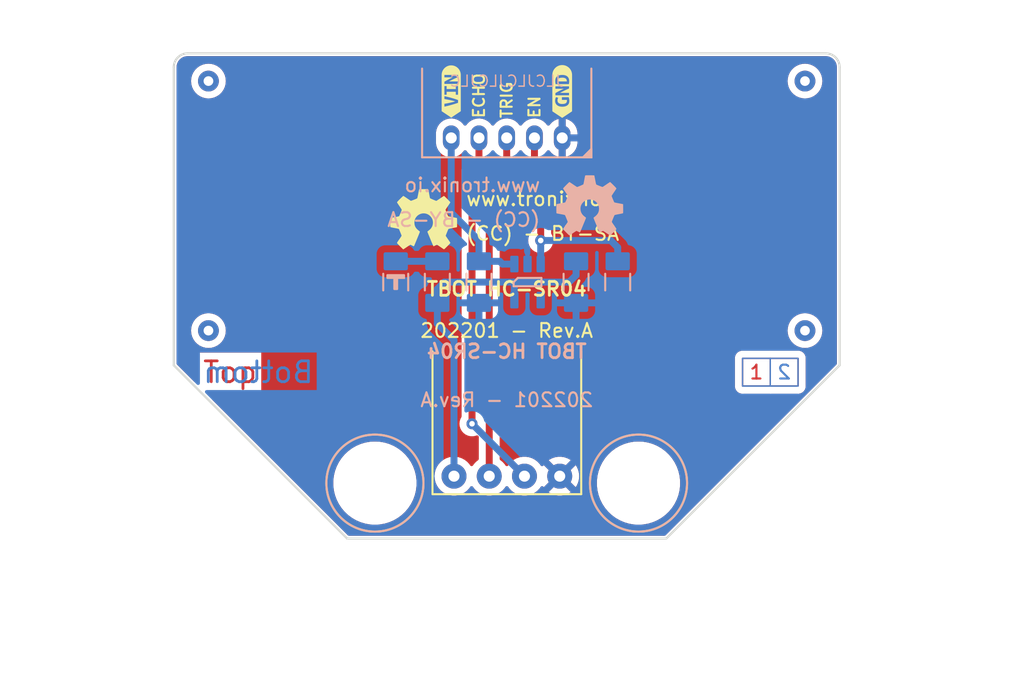
<source format=kicad_pcb>
(kicad_pcb (version 20221018) (generator pcbnew)
  (title_block (title "TBOT - HC-SR04") (date "01/2022") (rev "A"))
  (layers (0 "F.Cu" signal) (31 "B.Cu" signal) (34 "B.Paste" user) (35 "F.Paste" user) (36 "B.SilkS" user "B.Silkscreen") (37 "F.SilkS" user "F.Silkscreen") (38 "B.Mask" user) (39 "F.Mask" user) (44 "Edge.Cuts" user))
  (net 0 "")
  (net 1 "GND")
  (net 2 "+5V")
  (net 3 "+VIN")
  (net 5 "MCU_ECHO")
  (net 6 "MCU_ENABLE")
  (net 7 "MCU_TRIGGER")
  (net 8 "Net-(LED1-A)")
  (footprint "tronixio:HC-SR04" (layer "F.Cu") (at 124 76)
    (fp_text reference "HC1" hide)
    (fp_text value "HC-SR04")
    (pad "NC" thru_hole circle (at -21.5 -9) (size 1.5 1.5) (drill 0.7) (layers "*.Cu" "*.Mask"))
    (pad "NC" thru_hole circle (at -21.5 9) (size 1.5 1.5) (drill 0.7) (layers "*.Cu" "*.Mask"))
    (pad "NC" thru_hole circle (at 21.5 -9) (size 1.5 1.5) (drill 0.7) (layers "*.Cu" "*.Mask"))
    (pad "NC" thru_hole circle (at 21.5 9) (size 1.5 1.5) (drill 0.7) (layers "*.Cu" "*.Mask"))
  )
  (footprint "tronixio:OSHW-5MM" (layer "F.Cu") (at 118 77)
    (fp_text reference "GT" hide)
    (fp_text value "LOGO" hide)
    (fp_poly (pts (xy 0.112503 -2.205305) (xy 0.188585 -2.204991) (xy 0.245175 -2.204139) (xy 0.285349 -2.202485) (xy 0.312183 -2.19976) (xy 0.328754 -2.195697) (xy 0.338137 -2.190029) (xy 0.343407 -2.182489) (xy 0.346067 -2.176502) (xy 0.351819 -2.155872) (xy 0.361219 -2.114019) (xy 0.373445 -2.054971) (xy 0.387673 -1.982754) (xy 0.403082 -1.901397) (xy 0.410766 -1.859685) (xy 0.426304 -1.776128) (xy 0.440921 -1.700487) (xy 0.453831 -1.636607) (xy 0.464245 -1.58833) (xy 0.471376 -1.559501) (xy 0.473495 -1.553524) (xy 0.487624 -1.543829) (xy 0.520987 -1.52669) (xy 0.568967 -1.504087) (xy 0.626948 -1.477998) (xy 0.690314 -1.450405) (xy 0.754449 -1.423285) (xy 0.814737 -1.398618) (xy 0.866561 -1.378383) (xy 0.905305 -1.36456) (xy 0.926354 -1.359128) (xy 0.92691 -1.359112) (xy 0.941518 -1.366107) (xy 0.97411 -1.385773) (xy 1.021624 -1.416127) (xy 1.080997 -1.455189) (xy 1.149167 -1.500978) (xy 1.204337 -1.538617) (xy 1.276991 -1.58813) (xy 1.343025 -1.632413) (xy 1.399403 -1.669487) (xy 1.443088 -1.697374) (xy 1.471043 -1.714097) (xy 1.47988 -1.718122) (xy 1.493641 -1.709282) (xy 1.521915 -1.684807) (xy 1.561669 -1.647768) (xy 1.609873 -1.601234) (xy 1.663495 -1.548276) (xy 1.719505 -1.491962) (xy 1.774871 -1.435363) (xy 1.826562 -1.381549) (xy 1.871548 -1.33359) (xy 1.906797 -1.294555) (xy 1.929278 -1.267514) (xy 1.936093 -1.256075) (xy 1.930212 -1.239792) (xy 1.912193 -1.207543) (xy 1.881475 -1.158462) (xy 1.837495 -1.091686) (xy 1.779689 -1.00635) (xy 1.707495 -0.901591) (xy 1.671879 -0.850344) (xy 1.638824 -0.80126) (xy 1.612148 -0.758563) (xy 1.594893 -0.727324) (xy 1.589904 -0.713655) (xy 1.594754 -0.697334) (xy 1.608013 -0.662128) (xy 1.62775 -0.612617) (xy 1.652031 -0.55338) (xy 1.678922 -0.488996) (xy 1.706491 -0.424047) (xy 1.732803 -0.363111) (xy 1.755927 -0.310768) (xy 1.773928 -0.271598) (xy 1.784874 -0.25018) (xy 1.786526 -0.247868) (xy 1.800495 -0.243726) (xy 1.836105 -0.235699) (xy 1.889773 -0.224522) (xy 1.957915 -0.210929) (xy 2.036948 -0.195656) (xy 2.090365 -0.185568) (xy 2.175183 -0.169544) (xy 2.252099 -0.15474) (xy 2.317349 -0.141901) (xy 2.367173 -0.131773) (xy 2.397809 -0.125104) (xy 2.405431 -0.123066) (xy 2.411063 -0.116814) (xy 2.415426 -0.101095) (xy 2.418668 -0.073197) (xy 2.420933 -0.030409) (xy 2.422366 0.02998) (xy 2.423114 0.110684) (xy 2.423321 0.210293) (xy 2.423202 0.310587) (xy 2.422711 0.388201) (xy 2.421649 0.446096) (xy 2.419816 0.487237) (xy 2.417013 0.514584) (xy 2.41304 0.531101) (xy 2.407697 0.53975) (xy 2.400883 0.543466) (xy 2.378661 0.548625) (xy 2.338314 0.556746) (xy 2.286985 0.566415) (xy 2.263049 0.570744) (xy 2.127407 0.595376) (xy 2.016332 0.616479) (xy 1.929018 0.634225) (xy 1.864656 0.64879) (xy 1.82244 0.660347) (xy 1.801562 0.66907) (xy 1.79987 0.670496) (xy 1.791465 0.686078) (xy 1.775685 0.720992) (xy 1.754362 0.770707) (xy 1.729327 0.830694) (xy 1.702414 0.896422) (xy 1.675454 0.96336) (xy 1.650281 1.026979) (xy 1.628726 1.082748) (xy 1.612622 1.126137) (xy 1.603801 1.152615) (xy 1.602692 1.157988) (xy 1.610028 1.172767) (xy 1.63143 1.207108) (xy 1.666036 1.259722) (xy 1.712983 1.329322) (xy 1.771408 1.414621) (xy 1.840447 1.51433) (xy 1.867654 1.553391) (xy 1.897811 1.599113) (xy 1.921185 1.639288) (xy 1.934376 1.667841) (xy 1.936093 1.675677) (xy 1.927103 1.692014) (xy 1.901418 1.723855) (xy 1.860965 1.769075) (xy 1.807672 1.82555) (xy 1.743466 1.891154) (xy 1.71296 1.921664) (xy 1.643302 1.990709) (xy 1.589314 2.043494) (xy 1.548612 2.081971) (xy 1.518813 2.108091) (xy 1.497532 2.123805) (xy 1.482386 2.131066) (xy 1.470991 2.131825) (xy 1.460964 2.128033) (xy 1.460917 2.128008) (xy 1.441892 2.116253) (xy 1.405419 2.09234) (xy 1.355138 2.058707) (xy 1.294686 2.017792) (xy 1.227702 1.972033) (xy 1.210483 1.960205) (xy 1.143557 1.914694) (xy 1.083189 1.874607) (xy 1.032748 1.842104) (xy 0.995605 1.819344) (xy 0.975129 1.808488) (xy 0.972784 1.807875) (xy 0.955044 1.813477) (xy 0.920428 1.82855) (xy 0.874685 1.850498) (xy 0.843591 1.866246) (xy 0.794692 1.890329) (xy 0.754091 1.908142) (xy 0.727189 1.917434) (xy 0.719661 1.917874) (xy 0.71184 1.904564) (xy 0.695873 1.87093) (xy 0.673276 1.820398) (xy 0.645566 1.756397) (xy 0.614262 1.682354) (xy 0.595951 1.638326) (xy 0.555205 1.539832) (xy 0.509885 1.430374) (xy 0.463588 1.318629) (xy 0.419909 1.213275) (xy 0.382617 1.123407) (xy 0.352192 1.049365) (xy 0.325466 0.982847) (xy 0.303922 0.927668) (xy 0.289044 0.887646) (xy 0.282318 0.866596) (xy 0.28208 0.86489) (xy 0.291868 0.850064) (xy 0.317767 0.825757) (xy 0.354572 0.796754) (xy 0.362216 0.791216) (xy 0.47362 0.699405) (xy 0.560778 0.600114) (xy 0.624272 0.492284) (xy 0.664684 0.374854) (xy 0.682594 0.246763) (xy 0.683668 0.205149) (xy 0.672966 0.079705) (xy 0.639876 -0.035509) (xy 0.583362 -0.143051) (xy 0.502387 -0.245478) (xy 0.500128 -0.247901) (xy 0.404266 -0.332655) (xy 0.297367 -0.395917) (xy 0.182586 -0.437559) (xy 0.063074 -0.45745) (xy -0.058015 -0.455461) (xy -0.177529 -0.431461) (xy -0.292317 -0.38532) (xy -0.399224 -0.316909) (xy -0.435557 -0.286461) (xy -0.524789 -0.19034) (xy -0.590858 -0.083248) (xy -0.63358 0.034398) (xy -0.65277 0.162186) (xy -0.653912 0.203806) (xy -0.64477 0.331905) (xy -0.616397 0.446756) (xy -0.567372 0.551025) (xy -0.496276 0.647379) (xy -0.401689 0.738486) (xy -0.345898 0.782346) (xy -0.305473 0.814275) (xy -0.274554 0.84243) (xy -0.257973 0.862253) (xy -0.256436 0.866724) (xy -0.261189 0.882472) (xy -0.274692 0.919019) (xy -0.295811 0.973504) (xy -0.323413 1.043065) (xy -0.356365 1.124837) (xy -0.393532 1.21596) (xy -0.424781 1.291835) (xy -0.466473 1.392714) (xy -0.506757 1.490316) (xy -0.54414 1.581016) (xy -0.57713 1.661187) (xy -0.604234 1.727202) (xy -0.623959 1.775436) (xy -0.631922 1.795053) (xy -0.656173 1.85428) (xy -0.675445 1.89208) (xy -0.695005 1.910535) (xy -0.720119 1.911726) (xy -0.756055 1.897735) (xy -0.80808 1.870643) (xy -0.814523 1.867212) (xy -0.863833 1.841835) (xy -0.905672 1.821875) (xy -0.934272 1.810004) (xy -0.942679 1.807875) (xy -0.957624 1.814831) (xy -0.990452 1.834339) (xy -1.037961 1.864353) (xy -1.096948 1.902829) (xy -1.164211 1.947723) (xy -1.20379 1.974558) (xy -1.273782 2.022017) (xy -1.336742 2.064219) (xy -1.389581 2.099132) (xy -1.429212 2.124728) (xy -1.452547 2.138976) (xy -1.457362 2.141242) (xy -1.468597 2.132572) (xy -1.495354 2.108206) (xy -1.53505 2.070611) (xy -1.585104 2.022252) (xy -1.642932 1.965596) (xy -1.688443 1.920545) (xy -1.754363 1.854061) (xy -1.811428 1.794627) (xy -1.857492 1.744605) (xy -1.890411 1.706358) (xy -1.908038 1.682247) (xy -1.910449 1.676115) (xy -1.903342 1.656709) (xy -1.88402 1.621725) (xy -1.855484 1.576225) (xy -1.822794 1.528185) (xy -1.761853 1.44109) (xy -1.706889 1.361082) (xy -1.659529 1.29063) (xy -1.621397 1.232204) (xy -1.594118 1.188276) (xy -1.579316 1.161316) (xy -1.577082 1.154608) (xy -1.581837 1.136716) (xy -1.594857 1.099854) (xy -1.614275 1.048609) (xy -1.638222 0.987568) (xy -1.664831 0.921316) (xy -1.692235 0.854442) (xy -1.718566 0.791531) (xy -1.741957 0.737171) (xy -1.76054 0.695948) (xy -1.772447 0.672449) (xy -1.774702 0.66925) (xy -1.791569 0.66222) (xy -1.829891 0.651729) (xy -1.885847 0.638647) (xy -1.955617 0.623842) (xy -2.035381 0.608183) (xy -2.07828 0.60022) (xy -2.161621 0.584627) (xy -2.236906 0.569745) (xy -2.300315 0.556391) (xy -2.348033 0.545387) (xy -2.37624 0.537551) (xy -2.381867 0.535051) (xy -2.387099 0.524908) (xy -2.390991 0.502231) (xy -2.393638 0.46456) (xy -2.395134 0.409435) (xy -2.395573 0.334397) (xy -2.39505 0.236985) (xy -2.394689 0.200194) (xy -2.391267 -0.121807) (xy -2.282282 -0.143659) (xy -2.229898 -0.153965) (xy -2.160108 -0.167419) (xy -2.080727 -0.182526) (xy -1.999569 -0.197795) (xy -1.970053 -0.203298) (xy -1.900658 -0.216734) (xy -1.840162 -0.229455) (xy -1.793065 -0.240437) (xy -1.763866 -0.248652) (xy -1.756665 -0.251967) (xy -1.746988 -0.268752) (xy -1.729936 -0.304533) (xy -1.707477 -0.354612) (xy -1.681582 -0.414291) (xy -1.654218 -0.478872) (xy -1.627353 -0.543658) (xy -1.602957 -0.60395) (xy -1.582998 -0.65505) (xy -1.569445 -0.692261) (xy -1.564266 -0.710885) (xy -1.564261 -0.711124) (xy -1.571273 -0.727773) (xy -1.590937 -0.762151) (xy -1.621195 -0.810982) (xy -1.659988 -0.870991) (xy -1.705259 -0.938901) (xy -1.732615 -0.979077) (xy -1.780965 -1.050145) (xy -1.82446 -1.115201) (xy -1.860949 -1.170937) (xy -1.888284 -1.214046) (xy -1.904314 -1.24122) (xy -1.907531 -1.248169) (xy -1.904717 -1.261112) (xy -1.890381 -1.283286) (xy -1.863069 -1.316351) (xy -1.821325 -1.361969) (xy -1.763692 -1.421801) (xy -1.691232 -1.494988) (xy -1.628982 -1.55669) (xy -1.572135 -1.611849) (xy -1.523344 -1.657988) (xy -1.485263 -1.692627) (xy -1.460542 -1.713289) (xy -1.452414 -1.718122) (xy -1.437782 -1.711105) (xy -1.405251 -1.6914) (xy -1.357928 -1.661025) (xy -1.298923 -1.621998) (xy -1.231343 -1.576338) (xy -1.183018 -1.543181) (xy -1.111112 -1.493886) (xy -1.04544 -1.44951) (xy -0.989183 -1.41215) (xy -0.945519 -1.383901) (xy -0.917627 -1.36686) (xy -0.90944 -1.362781) (xy -0.891885 -1.365776) (xy -0.855505 -1.377082) (xy -0.805012 -1.394838) (xy -0.745121 -1.417183) (xy -0.680546 -1.442257) (xy -0.616001 -1.468199) (xy -0.5562 -1.493147) (xy -0.505857 -1.515243) (xy -0.469686 -1.532623) (xy -0.45278 -1.543038) (xy -0.446293 -1.559308) (xy -0.436108 -1.597206) (xy -0.423041 -1.653118) (xy -0.407909 -1.723429) (xy -0.391528 -1.804525) (xy -0.378917 -1.870225) (xy -0.362481 -1.956759) (xy -0.347254 -2.035011) (xy -0.333961 -2.101421) (xy -0.323321 -2.152432) (xy -0.316058 -2.184486) (xy -0.31324 -2.193976) (xy -0.299005 -2.197095) (xy -0.262664 -2.199887) (xy -0.207755 -2.20223) (xy -0.137813 -2.204) (xy -0.056376 -2.205075) (xy 0.013853 -2.205351)) (fill solid) (layer "F.SilkS"))
  )
  (footprint "kibuzzard-6288C61E" (layer "F.Cu") (at 120 67.75 90)
    (fp_text reference "kibuzzard-6288C61E" hide)
    (fp_text value "G***" hide)
    (fp_poly (pts (xy -1.093457 -0.689769) (xy -1.424186 -0.689769) (xy -1.884032 0) (xy -1.424186 0.689769) (xy -1.093457 0.689769) (xy -0.818819 0.689769) (xy -0.818819 0.491331) (xy -0.85811 0.37465) (xy -0.899782 0.243681) (xy -0.927828 0.151694) (xy -0.954815 0.059884) (xy -0.980744 -0.03175) (xy -1.005262 -0.12162) (xy -1.028016 -0.208139) (xy -1.049007 -0.291306) (xy -1.075201 -0.402431) (xy -1.093457 -0.491331) (xy -0.887082 -0.491331) (xy -0.875176 -0.40898) (xy -0.858507 -0.314325) (xy -0.838465 -0.211931) (xy -0.816438 -0.106363) (xy -0.792626 0) (xy -0.767226 0.104775) (xy -0.74123 0.203398) (xy -0.715632 0.291306) (xy -0.690232 0.204589) (xy -0.664832 0.106362) (xy -0.640226 0.001587) (xy -0.617207 -0.104775) (xy -0.595776 -0.210542) (xy -0.575932 -0.313531) (xy -0.558469 -0.408781) (xy -0.544182 -0.491331) (xy -0.339394 -0.491331) (xy -0.360627 -0.390525) (xy -0.386226 -0.278606) (xy -0.415991 -0.158155) (xy -0.449726 -0.03175) (xy -0.474332 0.055033) (xy -0.500526 0.142875) (xy -0.528307 0.231775) (xy -0.557235 0.320234) (xy -0.586868 0.406753) (xy -0.617207 0.491331) (xy -0.818819 0.491331) (xy -0.818819 0.689769) (xy -0.234619 0.689769) (xy -0.234619 0.491331) (xy -0.234619 0.329406) (xy -0.020307 0.329406) (xy -0.020307 -0.329406) (xy -0.234619 -0.329406) (xy -0.234619 -0.491331) (xy 0.389268 -0.491331) (xy 0.389268 -0.329406) (xy 0.176543 -0.329406) (xy 0.176543 0.329406) (xy 0.389268 0.329406) (xy 0.389268 0.491331) (xy -0.234619 0.491331) (xy -0.234619 0.689769) (xy 1.036968 0.689769) (xy 1.036968 0.491331) (xy 0.991195 0.382411) (xy 0.942777 0.273667) (xy 0.891712 0.1651) (xy 0.838002 0.056533) (xy 0.781645 -0.052211) (xy 0.722643 -0.161131) (xy 0.722643 0.491331) (xy 0.546431 0.491331) (xy 0.546431 -0.491331) (xy 0.703593 -0.491331) (xy 0.748043 -0.418505) (xy 0.792493 -0.339725) (xy 0.836348 -0.258167) (xy 0.879012 -0.177006) (xy 0.919493 -0.097234) (xy 0.956799 -0.019844) (xy 0.989939 0.051594) (xy 1.017918 0.113506) (xy 1.017918 -0.491331) (xy 1.194131 -0.491331) (xy 1.194131 0.491331) (xy 1.036968 0.491331) (xy 1.036968 0.689769) (xy 1.194131 0.689769) (xy 1.194263 0.689769) (xy 1.261872 0.686447) (xy 1.32883 0.676515) (xy 1.394492 0.660068) (xy 1.458226 0.637263) (xy 1.519418 0.608322) (xy 1.577478 0.573522) (xy 1.631848 0.533198) (xy 1.682003 0.48774) (xy 1.727461 0.437585) (xy 1.767785 0.383215) (xy 1.802585 0.325155) (xy 1.831526 0.263963) (xy 1.854331 0.200229) (xy 1.870778 0.134567) (xy 1.88071 0.067609) (xy 1.884032 0) (xy 1.88071 -0.067609) (xy 1.870778 -0.134567) (xy 1.854331 -0.200229) (xy 1.831526 -0.263963) (xy 1.802585 -0.325155) (xy 1.767785 -0.383215) (xy 1.727461 -0.437585) (xy 1.682003 -0.48774) (xy 1.631848 -0.533198) (xy 1.577478 -0.573522) (xy 1.519418 -0.608322) (xy 1.458226 -0.637263) (xy 1.394492 -0.660068) (xy 1.32883 -0.676515) (xy 1.261872 -0.686447) (xy 1.194263 -0.689769) (xy 1.194131 -0.689769) (xy -1.093457 -0.689769)) (fill solid) (layer "F.SilkS"))
  )
  (footprint "kibuzzard-6288C626" (layer "F.Cu") (at 128 67.75 90)
    (fp_text reference "kibuzzard-6288C626" hide)
    (fp_text value "G***" hide)
    (fp_poly (pts (xy 0.724628 0.333375) (xy 0.74209 0.334962) (xy 0.759553 0.334962) (xy 0.871471 0.309562) (xy 0.944496 0.239712) (xy 0.984184 0.134144) (xy 0.993114 0.070048) (xy 0.99609 0) (xy 0.986565 -0.123825) (xy 0.953228 -0.230188) (xy 0.88814 -0.304006) (xy 0.781778 -0.331788) (xy 0.753203 -0.330994) (xy 0.724628 -0.327025) (xy 0.724628 0.333375)) (fill solid) (layer "F.SilkS"))
    (fp_poly (pts (xy -1.100997 -0.7112) (xy -1.431727 -0.7112) (xy -1.90586 0) (xy -1.431727 0.7112) (xy -1.100997 0.7112) (xy -0.69936 0.7112) (xy -0.69936 0.512762) (xy -0.786871 0.504627) (xy -0.865254 0.480219) (xy -0.933715 0.439737) (xy -0.99146 0.383381) (xy -1.037894 0.31115) (xy -1.072422 0.223044) (xy -1.093854 0.119261) (xy -1.100997 0) (xy -1.092663 -0.11807) (xy -1.06766 -0.221456) (xy -1.028369 -0.309761) (xy -0.977172 -0.382588) (xy -0.914863 -0.439539) (xy -0.842235 -0.480219) (xy -0.761669 -0.504627) (xy -0.675547 -0.512763) (xy -0.573154 -0.504031) (xy -0.494572 -0.484188) (xy -0.439804 -0.460375) (xy -0.40726 -0.441325) (xy -0.45806 -0.28575) (xy -0.543785 -0.325438) (xy -0.64856 -0.3429) (xy -0.766035 -0.3175) (xy -0.844616 -0.246856) (xy -0.889066 -0.138906) (xy -0.899186 -0.072827) (xy -0.90256 0) (xy -0.896386 0.107156) (xy -0.877865 0.193675) (xy -0.846997 0.259556) (xy -0.778338 0.322064) (xy -0.683485 0.3429) (xy -0.645385 0.341312) (xy -0.607285 0.33655) (xy -0.607285 -0.022225) (xy -0.412022 -0.022225) (xy -0.412022 0.468312) (xy -0.520766 0.496887) (xy -0.602324 0.508794) (xy -0.69936 0.512762) (xy -0.69936 0.7112) (xy 0.213453 0.7112) (xy 0.213453 0.492125) (xy 0.16768 0.383205) (xy 0.119261 0.274461) (xy 0.068196 0.165894) (xy 0.014486 0.057326) (xy -0.04187 -0.051417) (xy -0.100872 -0.160338) (xy -0.100872 0.492125) (xy -0.277085 0.492125) (xy -0.277085 -0.490538) (xy -0.119922 -0.490538) (xy -0.075472 -0.417711) (xy -0.031022 -0.338931) (xy 0.012832 -0.257373) (xy 0.055496 -0.176213) (xy 0.095978 -0.096441) (xy 0.133284 -0.01905) (xy 0.166423 0.052387) (xy 0.194403 0.1143) (xy 0.194403 -0.490538) (xy 0.370615 -0.490538) (xy 0.370615 0.492125) (xy 0.213453 0.492125) (xy 0.213453 0.7112) (xy 0.738915 0.7112) (xy 0.738915 0.504825) (xy 0.636521 0.499269) (xy 0.529365 0.481012) (xy 0.529365 -0.477838) (xy 0.654778 -0.496888) (xy 0.764315 -0.50165) (xy 0.856985 -0.494506) (xy 0.941321 -0.473075) (xy 1.015339 -0.436364) (xy 1.077053 -0.383381) (xy 1.126464 -0.313928) (xy 1.163571 -0.227806) (xy 1.186789 -0.123627) (xy 1.194528 0) (xy 1.185995 0.126405) (xy 1.160396 0.232569) (xy 1.119717 0.319683) (xy 1.06594 0.388937) (xy 0.99986 0.441127) (xy 0.922271 0.477044) (xy 0.83476 0.49788) (xy 0.738915 0.504825) (xy 0.738915 0.7112) (xy 1.194528 0.7112) (xy 1.19466 0.7112) (xy 1.26437 0.707775) (xy 1.333408 0.697534) (xy 1.40111 0.680576) (xy 1.466824 0.657063) (xy 1.529917 0.627222) (xy 1.589781 0.591341) (xy 1.64584 0.549765) (xy 1.697554 0.502894) (xy 1.744425 0.45118) (xy 1.786001 0.395122) (xy 1.821882 0.335257) (xy 1.851723 0.272164) (xy 1.875236 0.20645) (xy 1.892194 0.138748) (xy 1.902435 0.06971) (xy 1.90586 0) (xy 1.902435 -0.06971) (xy 1.892194 -0.138748) (xy 1.875236 -0.20645) (xy 1.851723 -0.272164) (xy 1.821882 -0.335257) (xy 1.786001 -0.395122) (xy 1.744425 -0.45118) (xy 1.697554 -0.502894) (xy 1.64584 -0.549765) (xy 1.589781 -0.591341) (xy 1.529917 -0.627222) (xy 1.466824 -0.657063) (xy 1.40111 -0.680576) (xy 1.333408 -0.697534) (xy 1.26437 -0.707775) (xy 1.19466 -0.7112) (xy 1.194528 -0.7112) (xy -1.100997 -0.7112)) (fill solid) (layer "F.SilkS"))
  )
  (footprint "tronixio:SAMTEC-SSW-104-02-T-S-RA" (layer "F.Cu") (at 120.2 95.5)
    (fp_text reference "K1" hide)
    (fp_text value "HC-SR04")
    (fp_line (start -1.55 1.3) (end -1.55 -9) (stroke (width 0.15)) (layer "F.SilkS"))
    (fp_line (start -1.55 1.3) (end 9.17 1.3) (stroke (width 0.15)) (layer "F.SilkS"))
    (fp_line (start 9.17 1.3) (end 9.17 -9) (stroke (width 0.15)) (layer "F.SilkS"))
    (pad "1" thru_hole circle (at 0 0) (size 1.8 1.8) (drill 0.8) (layers "*.Cu" "*.Mask") (net 2 "+5V"))
    (pad "2" thru_hole circle (at 2.54 0) (size 1.8 1.8) (drill 0.8) (layers "*.Cu" "*.Mask") (net 7 "MCU_TRIGGER"))
    (pad "3" thru_hole circle (at 5.08 0) (size 1.8 1.8) (drill 0.8) (layers "*.Cu" "*.Mask") (net 5 "MCU_ECHO"))
    (pad "4" thru_hole circle (at 7.62 0) (size 1.8 1.8) (drill 0.8) (layers "*.Cu" "*.Mask") (net 1 "GND"))
  )
  (footprint "tronixio:MOUNTING-HOLE-3MM-MASK" (layer "B.Cu") (at 114.5 96 180)
    (fp_text reference "H2" hide)
    (fp_text value "MOUNTING-HOLE-3MM-MASK" hide)
    (fp_circle (center 0 0) (end 3.5 0) (stroke (width 0.15)) (fill none) (layer "B.SilkS"))
    (fp_circle (center 0 0) (end 3.5 0) (stroke (width 0.15)) (fill none) (layer "F.SilkS"))
    (pad "" np_thru_hole circle (at 0 0 180) (size 3 3) (drill 3) (layers "F&B.Cu" "*.Mask") (clearance 1.5))
  )
  (footprint "tronixio:CAPACITOR-SMD-1206" (layer "B.Cu") (at 129 81.5 -90)
    (fp_text reference "C2" hide)
    (fp_text value "1µ")
    (fp_line (start -0.6 -0.9) (end 0.6 -0.9) (stroke (width 0.15)) (layer "B.SilkS"))
    (fp_line (start -0.6 0.9) (end 0.6 0.9) (stroke (width 0.15)) (layer "B.SilkS"))
    (pad "1" smd roundrect (at -1.5 0 270) (size 1.3 1.75) (layers "B.Cu" "B.Paste" "B.Mask") (roundrect_rratio 0.1) (net 2 "+5V"))
    (pad "2" smd roundrect (at 1.5 0 270) (size 1.3 1.75) (layers "B.Cu" "B.Paste" "B.Mask") (roundrect_rratio 0.1) (net 1 "GND"))
  )
  (footprint "tronixio:LED-SMD-1206" (layer "B.Cu") (at 116 81.5 90)
    (fp_text reference "LED1" hide)
    (fp_text value "Power")
    (fp_line (start -0.6 -0.9) (end 0.6 -0.9) (stroke (width 0.15)) (layer "B.SilkS"))
    (fp_line (start -0.6 0.9) (end 0.6 0.9) (stroke (width 0.15)) (layer "B.SilkS"))
    (fp_poly (pts (xy 0.5 -0.6) (xy 0.3 -0.6) (xy 0.3 -0.1) (xy -0.5 -0.1) (xy -0.5 0.1) (xy 0.3 0.1) (xy 0.3 0.6) (xy 0.5 0.6)) (stroke (width 0.15)) (fill solid) (layer "B.SilkS"))
    (pad "1" smd roundrect (at -1.5 0 90) (size 1.3 1.75) (layers "B.Cu" "B.Paste" "B.Mask") (roundrect_rratio 0.1) (net 1 "GND"))
    (pad "2" smd roundrect (at 1.5 0 90) (size 1.3 1.75) (layers "B.Cu" "B.Paste" "B.Mask") (roundrect_rratio 0.1) (net 8 "Net-(LED1-A)"))
  )
  (footprint "tronixio:SOT-23-5" (layer "B.Cu") (at 125.5 81.5 -90)
    (fp_text reference "IC1" hide)
    (fp_text value "MCP1755-50")
    (fp_line (start -0.3 -1) (end 0.3 -1) (stroke (width 0.15)) (layer "B.SilkS"))
    (fp_line (start -0.3 0.7) (end -0.3 -1) (stroke (width 0.15)) (layer "B.SilkS"))
    (fp_line (start 0 1) (end -0.3 0.7) (stroke (width 0.15)) (layer "B.SilkS"))
    (fp_line (start 0.3 -1) (end 0.3 1) (stroke (width 0.15)) (layer "B.SilkS"))
    (fp_line (start 0.3 1) (end 0 1) (stroke (width 0.15)) (layer "B.SilkS"))
    (pad "1" smd roundrect (at -1.3 0.95 270) (size 1.2 0.6) (layers "B.Cu" "B.Paste" "B.Mask") (roundrect_rratio 0.15) (net 3 "+VIN"))
    (pad "2" smd roundrect (at -1.3 0 270) (size 1.2 0.6) (layers "B.Cu" "B.Paste" "B.Mask") (roundrect_rratio 0.15) (net 1 "GND"))
    (pad "3" smd roundrect (at -1.3 -0.95 270) (size 1.2 0.6) (layers "B.Cu" "B.Paste" "B.Mask") (roundrect_rratio 0.15) (net 6 "MCU_ENABLE"))
    (pad "4" smd roundrect (at 1.3 -0.95 270) (size 1.2 0.6) (layers "B.Cu" "B.Paste" "B.Mask") (roundrect_rratio 0.15))
    (pad "5" smd roundrect (at 1.3 0.95 270) (size 1.2 0.6) (layers "B.Cu" "B.Paste" "B.Mask") (roundrect_rratio 0.15) (net 2 "+5V"))
  )
  (footprint "tronixio:CAPACITOR-SMD-1206" (layer "B.Cu") (at 122 81.5 -90)
    (fp_text reference "C1" hide)
    (fp_text value "1µ")
    (fp_line (start -0.6 -0.9) (end 0.6 -0.9) (stroke (width 0.15)) (layer "B.SilkS"))
    (fp_line (start -0.6 0.9) (end 0.6 0.9) (stroke (width 0.15)) (layer "B.SilkS"))
    (pad "1" smd roundrect (at -1.5 0 270) (size 1.3 1.75) (layers "B.Cu" "B.Paste" "B.Mask") (roundrect_rratio 0.1) (net 3 "+VIN"))
    (pad "2" smd roundrect (at 1.5 0 270) (size 1.3 1.75) (layers "B.Cu" "B.Paste" "B.Mask") (roundrect_rratio 0.1) (net 1 "GND"))
  )
  (footprint "tronixio:MOUNTING-HOLE-3MM-MASK" (layer "B.Cu") (at 133.5 96 90)
    (fp_text reference "H1" hide)
    (fp_text value "MOUNTING-HOLE-3MM-MASK" hide)
    (fp_circle (center 0 0) (end 3.5 0) (stroke (width 0.15)) (fill none) (layer "B.SilkS"))
    (fp_circle (center 0 0) (end 3.5 0) (stroke (width 0.15)) (fill none) (layer "F.SilkS"))
    (pad "" np_thru_hole circle (at 0 0 90) (size 3 3) (drill 3) (layers "F&B.Cu" "*.Mask") (clearance 1.5))
  )
  (footprint "tronixio:RESISTOR-SMD-1206" (layer "B.Cu") (at 132 81.5 -90)
    (fp_text reference "R1" hide)
    (fp_text value "100k")
    (fp_line (start -0.6 -0.9) (end 0.6 -0.9) (stroke (width 0.15)) (layer "B.SilkS"))
    (fp_line (start -0.6 0.9) (end 0.6 0.9) (stroke (width 0.15)) (layer "B.SilkS"))
    (pad "1" smd roundrect (at -1.5 0 270) (size 1.3 1.75) (layers "B.Cu" "B.Paste" "B.Mask") (roundrect_rratio 0.1) (net 6 "MCU_ENABLE"))
    (pad "2" smd roundrect (at 1.5 0 270) (size 1.3 1.75) (layers "B.Cu" "B.Paste" "B.Mask") (roundrect_rratio 0.1) (net 1 "GND"))
  )
  (footprint "tronixio:RESISTOR-SMD-1206" (layer "B.Cu") (at 119 81.5 90)
    (fp_text reference "R2" hide)
    (fp_text value "4k7")
    (fp_line (start -0.6 -0.9) (end 0.6 -0.9) (stroke (width 0.15)) (layer "B.SilkS"))
    (fp_line (start -0.6 0.9) (end 0.6 0.9) (stroke (width 0.15)) (layer "B.SilkS"))
    (pad "1" smd roundrect (at -1.5 0 90) (size 1.3 1.75) (layers "B.Cu" "B.Paste" "B.Mask") (roundrect_rratio 0.1) (net 2 "+5V"))
    (pad "2" smd roundrect (at 1.5 0 90) (size 1.3 1.75) (layers "B.Cu" "B.Paste" "B.Mask") (roundrect_rratio 0.1) (net 8 "Net-(LED1-A)"))
  )
  (footprint "tronixio:MOLEX-532540570" (layer "B.Cu") (at 128 71.1 180)
    (fp_text reference "K2" hide)
    (fp_text value "MCU")
    (fp_line (start -2.1 -1.4) (end 10.1 -1.4) (stroke (width 0.15)) (layer "B.SilkS"))
    (fp_line (start -2.1 5) (end -2.1 -1.4) (stroke (width 0.15)) (layer "B.SilkS"))
    (fp_line (start 10.1 -1.4) (end 10.1 5) (stroke (width 0.15)) (layer "B.SilkS"))
    (fp_poly (pts (xy -1.5 -1.4) (xy -2.1 -1.4) (xy -2.1 -0.8)) (stroke (width 0.15)) (fill solid) (layer "B.SilkS"))
    (pad "1" thru_hole oval (at 0 0 180) (size 1.2 1.8) (drill 0.8) (layers "*.Cu" "*.Mask") (net 1 "GND"))
    (pad "2" thru_hole oval (at 2 0 180) (size 1.2 1.8) (drill 0.8) (layers "*.Cu" "*.Mask") (net 6 "MCU_ENABLE"))
    (pad "3" thru_hole oval (at 4 0 180) (size 1.2 1.8) (drill 0.8) (layers "*.Cu" "*.Mask") (net 7 "MCU_TRIGGER"))
    (pad "4" thru_hole oval (at 6 0 180) (size 1.2 1.8) (drill 0.8) (layers "*.Cu" "*.Mask") (net 5 "MCU_ECHO"))
    (pad "5" thru_hole oval (at 8 0 180) (size 1.2 1.8) (drill 0.8) (layers "*.Cu" "*.Mask") (net 3 "+VIN"))
  )
  (footprint "tronixio:OSHW-5MM" (layer "B.Cu") (at 130 76 180)
    (fp_text reference "GB" hide)
    (fp_text value "LOGO" hide)
    (fp_poly (pts (xy 0.112503 2.205305) (xy 0.188585 2.204991) (xy 0.245175 2.204139) (xy 0.285349 2.202485) (xy 0.312183 2.19976) (xy 0.328754 2.195697) (xy 0.338137 2.190029) (xy 0.343407 2.182489) (xy 0.346067 2.176502) (xy 0.351819 2.155872) (xy 0.361219 2.114019) (xy 0.373445 2.054971) (xy 0.387673 1.982754) (xy 0.403082 1.901397) (xy 0.410766 1.859685) (xy 0.426304 1.776128) (xy 0.440921 1.700487) (xy 0.453831 1.636607) (xy 0.464245 1.58833) (xy 0.471376 1.559501) (xy 0.473495 1.553524) (xy 0.487624 1.543829) (xy 0.520987 1.52669) (xy 0.568967 1.504087) (xy 0.626948 1.477998) (xy 0.690314 1.450405) (xy 0.754449 1.423285) (xy 0.814737 1.398618) (xy 0.866561 1.378383) (xy 0.905305 1.36456) (xy 0.926354 1.359128) (xy 0.92691 1.359112) (xy 0.941518 1.366107) (xy 0.97411 1.385773) (xy 1.021624 1.416127) (xy 1.080997 1.455189) (xy 1.149167 1.500978) (xy 1.204337 1.538617) (xy 1.276991 1.58813) (xy 1.343025 1.632413) (xy 1.399403 1.669487) (xy 1.443088 1.697374) (xy 1.471043 1.714097) (xy 1.47988 1.718122) (xy 1.493641 1.709282) (xy 1.521915 1.684807) (xy 1.561669 1.647768) (xy 1.609873 1.601234) (xy 1.663495 1.548276) (xy 1.719505 1.491962) (xy 1.774871 1.435363) (xy 1.826562 1.381549) (xy 1.871548 1.33359) (xy 1.906797 1.294555) (xy 1.929278 1.267514) (xy 1.936093 1.256075) (xy 1.930212 1.239792) (xy 1.912193 1.207543) (xy 1.881475 1.158462) (xy 1.837495 1.091686) (xy 1.779689 1.00635) (xy 1.707495 0.901591) (xy 1.671879 0.850344) (xy 1.638824 0.80126) (xy 1.612148 0.758563) (xy 1.594893 0.727324) (xy 1.589904 0.713655) (xy 1.594754 0.697334) (xy 1.608013 0.662128) (xy 1.62775 0.612617) (xy 1.652031 0.55338) (xy 1.678922 0.488996) (xy 1.706491 0.424047) (xy 1.732803 0.363111) (xy 1.755927 0.310768) (xy 1.773928 0.271598) (xy 1.784874 0.25018) (xy 1.786526 0.247868) (xy 1.800495 0.243726) (xy 1.836105 0.235699) (xy 1.889773 0.224522) (xy 1.957915 0.210929) (xy 2.036948 0.195656) (xy 2.090365 0.185568) (xy 2.175183 0.169544) (xy 2.252099 0.15474) (xy 2.317349 0.141901) (xy 2.367173 0.131773) (xy 2.397809 0.125104) (xy 2.405431 0.123066) (xy 2.411063 0.116814) (xy 2.415426 0.101095) (xy 2.418668 0.073197) (xy 2.420933 0.030409) (xy 2.422366 -0.02998) (xy 2.423114 -0.110684) (xy 2.423321 -0.210293) (xy 2.423202 -0.310587) (xy 2.422711 -0.388201) (xy 2.421649 -0.446096) (xy 2.419816 -0.487237) (xy 2.417013 -0.514584) (xy 2.41304 -0.531101) (xy 2.407697 -0.53975) (xy 2.400883 -0.543466) (xy 2.378661 -0.548625) (xy 2.338314 -0.556746) (xy 2.286985 -0.566415) (xy 2.263049 -0.570744) (xy 2.127407 -0.595376) (xy 2.016332 -0.616479) (xy 1.929018 -0.634225) (xy 1.864656 -0.64879) (xy 1.82244 -0.660347) (xy 1.801562 -0.66907) (xy 1.79987 -0.670496) (xy 1.791465 -0.686078) (xy 1.775685 -0.720992) (xy 1.754362 -0.770707) (xy 1.729327 -0.830694) (xy 1.702414 -0.896422) (xy 1.675454 -0.96336) (xy 1.650281 -1.026979) (xy 1.628726 -1.082748) (xy 1.612622 -1.126137) (xy 1.603801 -1.152615) (xy 1.602692 -1.157988) (xy 1.610028 -1.172767) (xy 1.63143 -1.207108) (xy 1.666036 -1.259722) (xy 1.712983 -1.329322) (xy 1.771408 -1.414621) (xy 1.840447 -1.51433) (xy 1.867654 -1.553391) (xy 1.897811 -1.599113) (xy 1.921185 -1.639288) (xy 1.934376 -1.667841) (xy 1.936093 -1.675677) (xy 1.927103 -1.692014) (xy 1.901418 -1.723855) (xy 1.860965 -1.769075) (xy 1.807672 -1.82555) (xy 1.743466 -1.891154) (xy 1.71296 -1.921664) (xy 1.643302 -1.990709) (xy 1.589314 -2.043494) (xy 1.548612 -2.081971) (xy 1.518813 -2.108091) (xy 1.497532 -2.123805) (xy 1.482386 -2.131066) (xy 1.470991 -2.131825) (xy 1.460964 -2.128033) (xy 1.460917 -2.128008) (xy 1.441892 -2.116253) (xy 1.405419 -2.09234) (xy 1.355138 -2.058707) (xy 1.294686 -2.017792) (xy 1.227702 -1.972033) (xy 1.210483 -1.960205) (xy 1.143557 -1.914694) (xy 1.083189 -1.874607) (xy 1.032748 -1.842104) (xy 0.995605 -1.819344) (xy 0.975129 -1.808488) (xy 0.972784 -1.807875) (xy 0.955044 -1.813477) (xy 0.920428 -1.82855) (xy 0.874685 -1.850498) (xy 0.843591 -1.866246) (xy 0.794692 -1.890329) (xy 0.754091 -1.908142) (xy 0.727189 -1.917434) (xy 0.719661 -1.917874) (xy 0.71184 -1.904564) (xy 0.695873 -1.87093) (xy 0.673276 -1.820398) (xy 0.645566 -1.756397) (xy 0.614262 -1.682354) (xy 0.595951 -1.638326) (xy 0.555205 -1.539832) (xy 0.509885 -1.430374) (xy 0.463588 -1.318629) (xy 0.419909 -1.213275) (xy 0.382617 -1.123407) (xy 0.352192 -1.049365) (xy 0.325466 -0.982847) (xy 0.303922 -0.927668) (xy 0.289044 -0.887646) (xy 0.282318 -0.866596) (xy 0.28208 -0.86489) (xy 0.291868 -0.850064) (xy 0.317767 -0.825757) (xy 0.354572 -0.796754) (xy 0.362216 -0.791216) (xy 0.47362 -0.699405) (xy 0.560778 -0.600114) (xy 0.624272 -0.492284) (xy 0.664684 -0.374854) (xy 0.682594 -0.246763) (xy 0.683668 -0.205149) (xy 0.672966 -0.079705) (xy 0.639876 0.035509) (xy 0.583362 0.143051) (xy 0.502387 0.245478) (xy 0.500128 0.247901) (xy 0.404266 0.332655) (xy 0.297367 0.395917) (xy 0.182586 0.437559) (xy 0.063074 0.45745) (xy -0.058015 0.455461) (xy -0.177529 0.431461) (xy -0.292317 0.38532) (xy -0.399224 0.316909) (xy -0.435557 0.286461) (xy -0.524789 0.19034) (xy -0.590858 0.083248) (xy -0.63358 -0.034398) (xy -0.65277 -0.162186) (xy -0.653912 -0.203806) (xy -0.64477 -0.331905) (xy -0.616397 -0.446756) (xy -0.567372 -0.551025) (xy -0.496276 -0.647379) (xy -0.401689 -0.738486) (xy -0.345898 -0.782346) (xy -0.305473 -0.814275) (xy -0.274554 -0.84243) (xy -0.257973 -0.862253) (xy -0.256436 -0.866724) (xy -0.261189 -0.882472) (xy -0.274692 -0.919019) (xy -0.295811 -0.973504) (xy -0.323413 -1.043065) (xy -0.356365 -1.124837) (xy -0.393532 -1.21596) (xy -0.424781 -1.291835) (xy -0.466473 -1.392714) (xy -0.506757 -1.490316) (xy -0.54414 -1.581016) (xy -0.57713 -1.661187) (xy -0.604234 -1.727202) (xy -0.623959 -1.775436) (xy -0.631922 -1.795053) (xy -0.656173 -1.85428) (xy -0.675445 -1.89208) (xy -0.695005 -1.910535) (xy -0.720119 -1.911726) (xy -0.756055 -1.897735) (xy -0.80808 -1.870643) (xy -0.814523 -1.867212) (xy -0.863833 -1.841835) (xy -0.905672 -1.821875) (xy -0.934272 -1.810004) (xy -0.942679 -1.807875) (xy -0.957624 -1.814831) (xy -0.990452 -1.834339) (xy -1.037961 -1.864353) (xy -1.096948 -1.902829) (xy -1.164211 -1.947723) (xy -1.20379 -1.974558) (xy -1.273782 -2.022017) (xy -1.336742 -2.064219) (xy -1.389581 -2.099132) (xy -1.429212 -2.124728) (xy -1.452547 -2.138976) (xy -1.457362 -2.141242) (xy -1.468597 -2.132572) (xy -1.495354 -2.108206) (xy -1.53505 -2.070611) (xy -1.585104 -2.022252) (xy -1.642932 -1.965596) (xy -1.688443 -1.920545) (xy -1.754363 -1.854061) (xy -1.811428 -1.794627) (xy -1.857492 -1.744605) (xy -1.890411 -1.706358) (xy -1.908038 -1.682247) (xy -1.910449 -1.676115) (xy -1.903342 -1.656709) (xy -1.88402 -1.621725) (xy -1.855484 -1.576225) (xy -1.822794 -1.528185) (xy -1.761853 -1.44109) (xy -1.706889 -1.361082) (xy -1.659529 -1.29063) (xy -1.621397 -1.232204) (xy -1.594118 -1.188276) (xy -1.579316 -1.161316) (xy -1.577082 -1.154608) (xy -1.581837 -1.136716) (xy -1.594857 -1.099854) (xy -1.614275 -1.048609) (xy -1.638222 -0.987568) (xy -1.664831 -0.921316) (xy -1.692235 -0.854442) (xy -1.718566 -0.791531) (xy -1.741957 -0.737171) (xy -1.76054 -0.695948) (xy -1.772447 -0.672449) (xy -1.774702 -0.66925) (xy -1.791569 -0.66222) (xy -1.829891 -0.651729) (xy -1.885847 -0.638647) (xy -1.955617 -0.623842) (xy -2.035381 -0.608183) (xy -2.07828 -0.60022) (xy -2.161621 -0.584627) (xy -2.236906 -0.569745) (xy -2.300315 -0.556391) (xy -2.348033 -0.545387) (xy -2.37624 -0.537551) (xy -2.381867 -0.535051) (xy -2.387099 -0.524908) (xy -2.390991 -0.502231) (xy -2.393638 -0.46456) (xy -2.395134 -0.409435) (xy -2.395573 -0.334397) (xy -2.39505 -0.236985) (xy -2.394689 -0.200194) (xy -2.391267 0.121807) (xy -2.282282 0.143659) (xy -2.229898 0.153965) (xy -2.160108 0.167419) (xy -2.080727 0.182526) (xy -1.999569 0.197795) (xy -1.970053 0.203298) (xy -1.900658 0.216734) (xy -1.840162 0.229455) (xy -1.793065 0.240437) (xy -1.763866 0.248652) (xy -1.756665 0.251967) (xy -1.746988 0.268752) (xy -1.729936 0.304533) (xy -1.707477 0.354612) (xy -1.681582 0.414291) (xy -1.654218 0.478872) (xy -1.627353 0.543658) (xy -1.602957 0.60395) (xy -1.582998 0.65505) (xy -1.569445 0.692261) (xy -1.564266 0.710885) (xy -1.564261 0.711124) (xy -1.571273 0.727773) (xy -1.590937 0.762151) (xy -1.621195 0.810982) (xy -1.659988 0.870991) (xy -1.705259 0.938901) (xy -1.732615 0.979077) (xy -1.780965 1.050145) (xy -1.82446 1.115201) (xy -1.860949 1.170937) (xy -1.888284 1.214046) (xy -1.904314 1.24122) (xy -1.907531 1.248169) (xy -1.904717 1.261112) (xy -1.890381 1.283286) (xy -1.863069 1.316351) (xy -1.821325 1.361969) (xy -1.763692 1.421801) (xy -1.691232 1.494988) (xy -1.628982 1.55669) (xy -1.572135 1.611849) (xy -1.523344 1.657988) (xy -1.485263 1.692627) (xy -1.460542 1.713289) (xy -1.452414 1.718122) (xy -1.437782 1.711105) (xy -1.405251 1.6914) (xy -1.357928 1.661025) (xy -1.298923 1.621998) (xy -1.231343 1.576338) (xy -1.183018 1.543181) (xy -1.111112 1.493886) (xy -1.04544 1.44951) (xy -0.989183 1.41215) (xy -0.945519 1.383901) (xy -0.917627 1.36686) (xy -0.90944 1.362781) (xy -0.891885 1.365776) (xy -0.855505 1.377082) (xy -0.805012 1.394838) (xy -0.745121 1.417183) (xy -0.680546 1.442257) (xy -0.616001 1.468199) (xy -0.5562 1.493147) (xy -0.505857 1.515243) (xy -0.469686 1.532623) (xy -0.45278 1.543038) (xy -0.446293 1.559308) (xy -0.436108 1.597206) (xy -0.423041 1.653118) (xy -0.407909 1.723429) (xy -0.391528 1.804525) (xy -0.378917 1.870225) (xy -0.362481 1.956759) (xy -0.347254 2.035011) (xy -0.333961 2.101421) (xy -0.323321 2.152432) (xy -0.316058 2.184486) (xy -0.31324 2.193976) (xy -0.299005 2.197095) (xy -0.262664 2.199887) (xy -0.207755 2.20223) (xy -0.137813 2.204) (xy -0.056376 2.205075) (xy 0.013853 2.205351)) (fill solid) (layer "B.SilkS"))
  )
  (gr_rect (start 141 87) (end 145 89) (stroke (width 0.1)) (fill none) (layer "F.Cu"))
  (gr_line (start 143 89) (end 143 87) (stroke (width 0.1)) (layer "F.Cu"))
  (gr_line (start 143 89) (end 143 87) (stroke (width 0.1)) (layer "B.Cu"))
  (gr_rect (start 141 87) (end 145 89) (stroke (width 0.1)) (fill none) (layer "B.Cu"))
  (gr_line (start 112.5 100) (end 135.5 100) (stroke (width 0.15)) (layer "Edge.Cuts"))
  (gr_line (start 135.5 100) (end 148 87.5) (stroke (width 0.15)) (layer "Edge.Cuts"))
  (gr_line (start 147 65) (end 101 65) (stroke (width 0.15)) (layer "Edge.Cuts"))
  (gr_arc (start 100 66) (mid 100.292893 65.292893) (end 101 65) (stroke (width 0.15)) (layer "Edge.Cuts"))
  (gr_line (start 148 87.5) (end 148 66) (stroke (width 0.15)) (layer "Edge.Cuts"))
  (gr_line (start 100 87.5) (end 112.5 100) (stroke (width 0.15)) (layer "Edge.Cuts"))
  (gr_line (start 100 66) (end 100 87.5) (stroke (width 0.15)) (layer "Edge.Cuts"))
  (gr_arc (start 147 65) (mid 147.707107 65.292893) (end 148 66) (stroke (width 0.15)) (layer "Edge.Cuts"))
  (gr_text "Top" (at 102 88) (layer "F.Cu") (effects (font (size 1.5 1.5) (thickness 0.2)) (justify left)))
  (gr_text "1" (at 142 88) (layer "F.Cu") (effects (font (size 1 1))))
  (gr_text "2" (at 144 88) (layer "B.Cu") (effects (font (size 1 1)) (justify mirror)))
  (gr_text "Bottom" (at 102 88) (layer "B.Cu") (effects (font (size 1.5 1.5) (thickness 0.2)) (justify right mirror)))
  (gr_text "TBOT HC-SR04" (at 124 86.5) (layer "B.SilkS") (effects (font (size 1 1) (thickness 0.2)) (justify mirror)))
  (gr_text "JLCJLCJLCJLC" (at 124 67) (layer "B.SilkS") (effects (font (size 0.8 0.8) (thickness 0.1)) (justify mirror)))
  (gr_text "202201 - Rev.A" (at 124 90) (layer "B.SilkS") (effects (font (size 1 1)) (justify mirror)))
  (gr_text "www.tronix.io" (at 126.5 74.5) (layer "B.SilkS") (effects (font (size 1 1)) (justify left mirror)))
  (gr_text "(CC) - BY-SA" (at 126.5 77) (layer "B.SilkS") (effects (font (size 1 1)) (justify left mirror)))
  (gr_text "TRIG" (at 124 69.75 90) (layer "F.SilkS") (effects (font (size 0.8 0.8)) (justify left)))
  (gr_text "www.tronix.io" (at 121 75.5) (layer "F.SilkS") (effects (font (size 1 1)) (justify left)))
  (gr_text "202201 - Rev.A" (at 124 85) (layer "F.SilkS") (effects (font (size 1 1))))
  (gr_text "ECHO" (at 122 69.75 90) (layer "F.SilkS") (effects (font (size 0.8 0.8)) (justify left)))
  (gr_text "TBOT HC-SR04" (at 124 82) (layer "F.SilkS") (effects (font (size 1 1) (thickness 0.2))))
  (gr_text "(CC) - BY-SA" (at 121 78) (layer "F.SilkS") (effects (font (size 1 1)) (justify left)))
  (gr_text "EN" (at 126 69.75 90) (layer "F.SilkS") (effects (font (size 0.8 0.8)) (justify left)))
  (segment (start 119 84.5) (end 119 83) (width 0.5) (layer "B.Cu") (net 2))
  (segment (start 119 82) (end 119.5 81.5) (width 0.5) (layer "B.Cu") (net 2))
  (segment (start 129 81) (end 129 80) (width 0.5) (layer "B.Cu") (net 2))
  (segment (start 124.5 81.5) (end 128.5 81.5) (width 0.5) (layer "B.Cu") (net 2))
  (segment (start 120.2 85.7) (end 119 84.5) (width 0.5) (layer "B.Cu") (net 2))
  (segment (start 124.55 82.8) (end 124.55 81.55) (width 0.5) (layer "B.Cu") (net 2))
  (segment (start 119.5 81.5) (end 124.5 81.5) (width 0.5) (layer "B.Cu") (net 2))
  (segment (start 120.2 95.5) (end 120.2 85.7) (width 0.5) (layer "B.Cu") (net 2))
  (segment (start 128.5 81.5) (end 129 81) (width 0.5) (layer "B.Cu") (net 2))
  (segment (start 119 83) (end 119 82) (width 0.5) (layer "B.Cu") (net 2))
  (segment (start 124.55 81.55) (end 124.5 81.5) (width 0.5) (layer "B.Cu") (net 2))
  (segment (start 120 71.1) (end 120 76.5) (width 0.5) (layer "B.Cu") (net 3))
  (segment (start 120 76.5) (end 122 78.5) (width 0.5) (layer "B.Cu") (net 3))
  (segment (start 124.55 80.2) (end 123.7 80.2) (width 0.5) (layer "B.Cu") (net 3))
  (segment (start 122 78.5) (end 122 80) (width 0.5) (layer "B.Cu") (net 3))
  (segment (start 123.7 80.2) (end 123.5 80) (width 0.5) (layer "B.Cu") (net 3))
  (segment (start 123.5 80) (end 122 80) (width 0.5) (layer "B.Cu") (net 3))
  (segment (start 122 73) (end 122 71.1) (width 0.5) (layer "F.Cu") (net 5))
  (segment (start 121.5 73.5) (end 122 73) (width 0.5) (layer "F.Cu") (net 5))
  (segment (start 121.5 91.72) (end 121.5 73.5) (width 0.5) (layer "F.Cu") (net 5))
  (via (at 121.5 91.72) (size 0.8) (drill 0.4) (layers "F.Cu" "B.Cu") (net 5))
  (segment (start 121.5 91.72) (end 125.28 95.5) (width 0.5) (layer "B.Cu") (net 5))
  (segment (start 126 73) (end 126 71.1) (width 0.5) (layer "F.Cu") (net 6))
  (segment (start 126.45 78.5) (end 126.45 73.45) (width 0.5) (layer "F.Cu") (net 6))
  (segment (start 126.45 73.45) (end 126 73) (width 0.5) (layer "F.Cu") (net 6))
  (via (at 126.45 78.5) (size 0.8) (drill 0.4) (layers "F.Cu" "B.Cu") (net 6))
  (segment (start 131.5 78.5) (end 126.45 78.5) (width 0.5) (layer "B.Cu") (net 6))
  (segment (start 132 79) (end 131.5 78.5) (width 0.5) (layer "B.Cu") (net 6))
  (segment (start 126.45 80.2) (end 126.45 78.5) (width 0.5) (layer "B.Cu") (net 6))
  (segment (start 132 80) (end 132 79) (width 0.5) (layer "B.Cu") (net 6))
  (segment (start 124 71.1) (end 124 73) (width 0.5) (layer "F.Cu") (net 7))
  (segment (start 124 73) (end 122.74 74.26) (width 0.5) (layer "F.Cu") (net 7))
  (segment (start 122.74 74.26) (end 122.74 95.5) (width 0.5) (layer "F.Cu") (net 7))
  (segment (start 119 80) (end 116 80) (width 0.5) (layer "B.Cu") (net 8))
  (zone (net 1) (net_name "GND") (layers "F&B.Cu") (connect_pads (clearance 0.5)) (min_thickness 0.25) (fill yes (thermal_gap 0.5) (thermal_bridge_width 0.5))
    (polygon (pts (xy 148 100) (xy 100 100) (xy 100 65) (xy 148 65)))
  )
)
</source>
